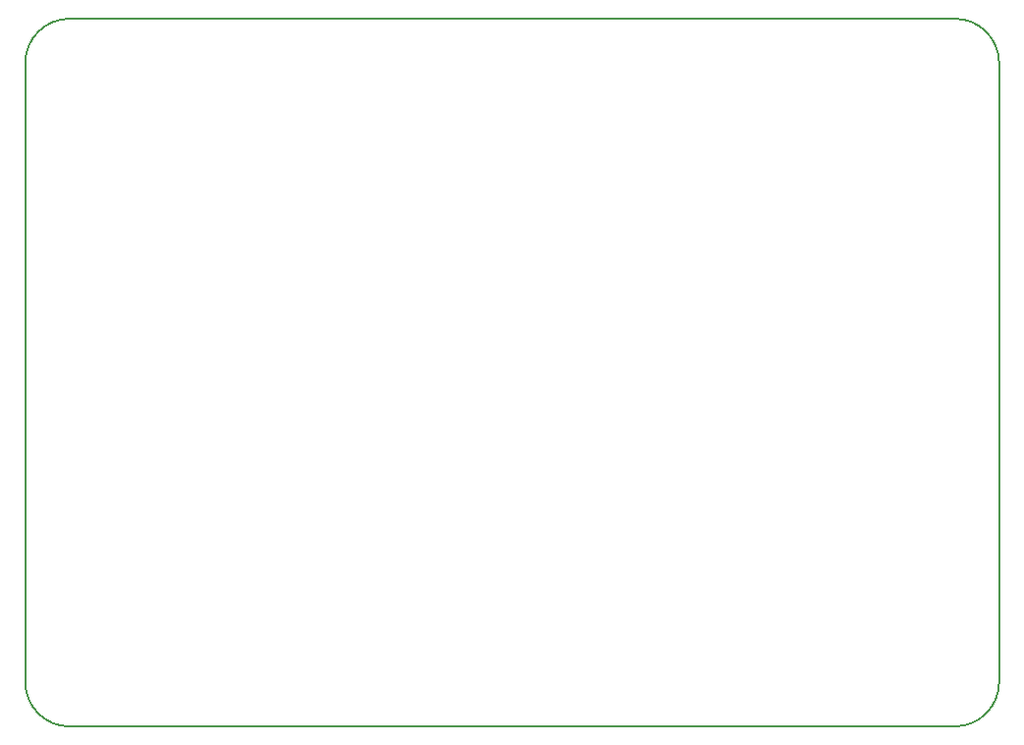
<source format=gm1>
G04 #@! TF.GenerationSoftware,KiCad,Pcbnew,(5.1.9)-1*
G04 #@! TF.CreationDate,2022-04-19T13:51:38+02:00*
G04 #@! TF.ProjectId,thrust_v2,74687275-7374-45f7-9632-2e6b69636164,2.0.3*
G04 #@! TF.SameCoordinates,Original*
G04 #@! TF.FileFunction,Profile,NP*
%FSLAX46Y46*%
G04 Gerber Fmt 4.6, Leading zero omitted, Abs format (unit mm)*
G04 Created by KiCad (PCBNEW (5.1.9)-1) date 2022-04-19 13:51:38*
%MOMM*%
%LPD*%
G01*
G04 APERTURE LIST*
G04 #@! TA.AperFunction,Profile*
%ADD10C,0.150000*%
G04 #@! TD*
G04 APERTURE END LIST*
D10*
X181610000Y-127000000D02*
X105410000Y-127000000D01*
X185420000Y-123190000D02*
G75*
G02*
X181610000Y-127000000I-3810000J0D01*
G01*
X181610000Y-66040000D02*
G75*
G02*
X185420000Y-69850000I0J-3810000D01*
G01*
X185420000Y-69850000D02*
X185420000Y-123190000D01*
X105410000Y-127000000D02*
G75*
G02*
X101600000Y-123190000I0J3810000D01*
G01*
X101600000Y-69850000D02*
G75*
G02*
X105410000Y-66040000I3810000J0D01*
G01*
X101600000Y-69850000D02*
X101600000Y-123190000D01*
X181610000Y-66040000D02*
X105410000Y-66040000D01*
M02*

</source>
